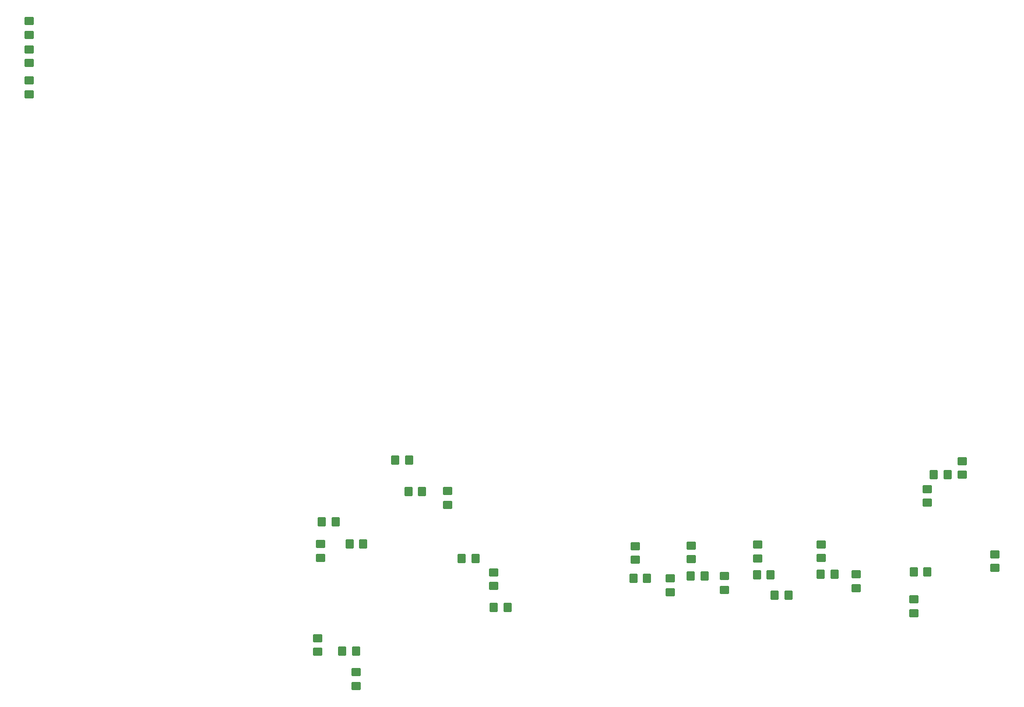
<source format=gbr>
%TF.GenerationSoftware,KiCad,Pcbnew,(6.0.10)*%
%TF.CreationDate,2023-02-06T13:07:10-03:00*%
%TF.ProjectId,JMP_SYSTEM,4a4d505f-5359-4535-9445-4d2e6b696361,rev?*%
%TF.SameCoordinates,Original*%
%TF.FileFunction,Paste,Top*%
%TF.FilePolarity,Positive*%
%FSLAX46Y46*%
G04 Gerber Fmt 4.6, Leading zero omitted, Abs format (unit mm)*
G04 Created by KiCad (PCBNEW (6.0.10)) date 2023-02-06 13:07:10*
%MOMM*%
%LPD*%
G01*
G04 APERTURE LIST*
G04 Aperture macros list*
%AMRoundRect*
0 Rectangle with rounded corners*
0 $1 Rounding radius*
0 $2 $3 $4 $5 $6 $7 $8 $9 X,Y pos of 4 corners*
0 Add a 4 corners polygon primitive as box body*
4,1,4,$2,$3,$4,$5,$6,$7,$8,$9,$2,$3,0*
0 Add four circle primitives for the rounded corners*
1,1,$1+$1,$2,$3*
1,1,$1+$1,$4,$5*
1,1,$1+$1,$6,$7*
1,1,$1+$1,$8,$9*
0 Add four rect primitives between the rounded corners*
20,1,$1+$1,$2,$3,$4,$5,0*
20,1,$1+$1,$4,$5,$6,$7,0*
20,1,$1+$1,$6,$7,$8,$9,0*
20,1,$1+$1,$8,$9,$2,$3,0*%
G04 Aperture macros list end*
%ADD10RoundRect,0.250000X0.450000X-0.350000X0.450000X0.350000X-0.450000X0.350000X-0.450000X-0.350000X0*%
%ADD11RoundRect,0.250000X0.350000X0.450000X-0.350000X0.450000X-0.350000X-0.450000X0.350000X-0.450000X0*%
%ADD12RoundRect,0.250000X-0.450000X0.350000X-0.450000X-0.350000X0.450000X-0.350000X0.450000X0.350000X0*%
%ADD13RoundRect,0.250000X-0.350000X-0.450000X0.350000X-0.450000X0.350000X0.450000X-0.350000X0.450000X0*%
G04 APERTURE END LIST*
D10*
%TO.C,R8*%
X-152994600Y-140430200D03*
X-152994600Y-138430200D03*
%TD*%
D11*
%TO.C,R12*%
X-172949600Y-149844200D03*
X-174949600Y-149844200D03*
%TD*%
D12*
%TO.C,R3*%
X-84861400Y-122240800D03*
X-84861400Y-124240800D03*
%TD*%
D10*
%TO.C,C6*%
X-178521600Y-149996600D03*
X-178521600Y-147996600D03*
%TD*%
D12*
%TO.C,R1*%
X-80111600Y-135804400D03*
X-80111600Y-137804400D03*
%TD*%
D10*
%TO.C,R21*%
X-220431600Y-68929200D03*
X-220431600Y-66929200D03*
%TD*%
D13*
%TO.C,C3*%
X-177936400Y-131064000D03*
X-175936400Y-131064000D03*
%TD*%
D12*
%TO.C,C5*%
X-159624000Y-126609800D03*
X-159624000Y-128609800D03*
%TD*%
D13*
%TO.C,R9*%
X-167268400Y-122072400D03*
X-165268400Y-122072400D03*
%TD*%
D12*
%TO.C,C10*%
X-100315000Y-138735000D03*
X-100315000Y-140735000D03*
%TD*%
D13*
%TO.C,R14*%
X-114726200Y-138800600D03*
X-112726200Y-138800600D03*
%TD*%
D11*
%TO.C,R4*%
X-87011000Y-124231400D03*
X-89011000Y-124231400D03*
%TD*%
%TO.C,C7*%
X-110135400Y-141767000D03*
X-112135400Y-141767000D03*
%TD*%
%TO.C,R5*%
X-171897800Y-134299200D03*
X-173897800Y-134299200D03*
%TD*%
D13*
%TO.C,R20*%
X-105455200Y-138744400D03*
X-103455200Y-138744400D03*
%TD*%
D11*
%TO.C,R2*%
X-89932000Y-138328400D03*
X-91932000Y-138328400D03*
%TD*%
D13*
%TO.C,R16*%
X-132658600Y-139308600D03*
X-130658600Y-139308600D03*
%TD*%
%TO.C,R18*%
X-124352800Y-138962400D03*
X-122352800Y-138962400D03*
%TD*%
D12*
%TO.C,R22*%
X-220421200Y-62398400D03*
X-220421200Y-64398400D03*
%TD*%
%TO.C,R15*%
X-132420600Y-134600200D03*
X-132420600Y-136600200D03*
%TD*%
D11*
%TO.C,R7*%
X-150927800Y-143494200D03*
X-152927800Y-143494200D03*
%TD*%
D12*
%TO.C,R17*%
X-124292600Y-134518600D03*
X-124292600Y-136518600D03*
%TD*%
%TO.C,R13*%
X-114640600Y-134397000D03*
X-114640600Y-136397000D03*
%TD*%
%TO.C,C2*%
X-89941400Y-126304800D03*
X-89941400Y-128304800D03*
%TD*%
D11*
%TO.C,C4*%
X-155616400Y-136398000D03*
X-157616400Y-136398000D03*
%TD*%
D12*
%TO.C,R19*%
X-105420400Y-134366200D03*
X-105420400Y-136366200D03*
%TD*%
%TO.C,R23*%
X-220421200Y-58283600D03*
X-220421200Y-60283600D03*
%TD*%
%TO.C,C8*%
X-127340600Y-139324600D03*
X-127340600Y-141324600D03*
%TD*%
%TO.C,C9*%
X-119466600Y-138953000D03*
X-119466600Y-140953000D03*
%TD*%
D13*
%TO.C,R10*%
X-165348400Y-126670000D03*
X-163348400Y-126670000D03*
%TD*%
D10*
%TO.C,R6*%
X-178079400Y-136315200D03*
X-178079400Y-134315200D03*
%TD*%
D12*
%TO.C,C1*%
X-91948000Y-142357600D03*
X-91948000Y-144357600D03*
%TD*%
D10*
%TO.C,R11*%
X-172959000Y-154959000D03*
X-172959000Y-152959000D03*
%TD*%
M02*

</source>
